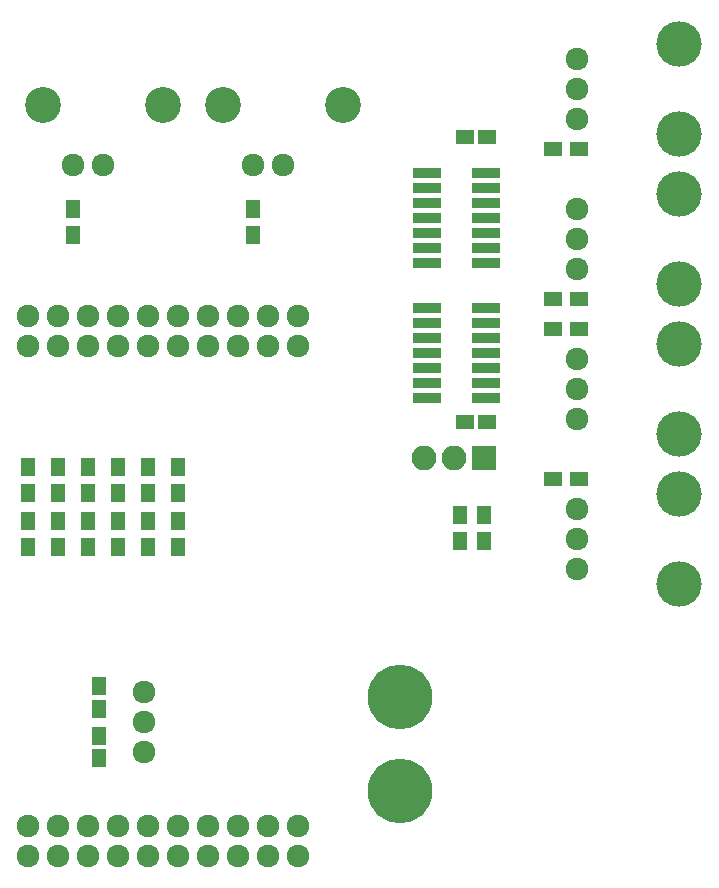
<source format=gbr>
G04 #@! TF.GenerationSoftware,KiCad,Pcbnew,(5.0.0)*
G04 #@! TF.CreationDate,2018-12-17T13:23:09-06:00*
G04 #@! TF.ProjectId,CameraBoard_Hardware,43616D657261426F6172645F48617264,rev?*
G04 #@! TF.SameCoordinates,Original*
G04 #@! TF.FileFunction,Soldermask,Top*
G04 #@! TF.FilePolarity,Negative*
%FSLAX46Y46*%
G04 Gerber Fmt 4.6, Leading zero omitted, Abs format (unit mm)*
G04 Created by KiCad (PCBNEW (5.0.0)) date 12/17/18 13:23:09*
%MOMM*%
%LPD*%
G01*
G04 APERTURE LIST*
%ADD10R,1.600000X1.300000*%
%ADD11R,2.381200X0.933400*%
%ADD12R,1.600000X1.150000*%
%ADD13R,1.300000X1.600000*%
%ADD14C,3.041600*%
%ADD15C,1.924000*%
%ADD16C,5.480000*%
%ADD17C,1.920000*%
%ADD18C,3.850000*%
%ADD19R,2.100000X2.100000*%
%ADD20O,2.100000X2.100000*%
%ADD21R,1.150000X1.600000*%
G04 APERTURE END LIST*
D10*
G04 #@! TO.C,R7*
X134280000Y-81762600D03*
X132080000Y-81762600D03*
G04 #@! TD*
D11*
G04 #@! TO.C,U4*
X121412000Y-90170000D03*
X121412000Y-88900000D03*
X121412000Y-87630000D03*
X121412000Y-86360000D03*
X121412000Y-85090000D03*
X121412000Y-83820000D03*
X121412000Y-82550000D03*
X126339600Y-82550000D03*
X126339600Y-83820000D03*
X126339600Y-85090000D03*
X126339600Y-86360000D03*
X126339600Y-87630000D03*
X126339600Y-88900000D03*
X126339600Y-90170000D03*
G04 #@! TD*
D12*
G04 #@! TO.C,C3*
X124592000Y-68072000D03*
X126492000Y-68072000D03*
G04 #@! TD*
G04 #@! TO.C,C4*
X124592000Y-92202000D03*
X126492000Y-92202000D03*
G04 #@! TD*
D13*
G04 #@! TO.C,D1*
X90168106Y-98212000D03*
X90168106Y-96012000D03*
G04 #@! TD*
G04 #@! TO.C,D2*
X87630000Y-96012000D03*
X87630000Y-98212000D03*
G04 #@! TD*
G04 #@! TO.C,D3*
X95250000Y-98212000D03*
X95250000Y-96012000D03*
G04 #@! TD*
G04 #@! TO.C,D4*
X92710000Y-96012000D03*
X92710000Y-98212000D03*
G04 #@! TD*
G04 #@! TO.C,R1*
X90168106Y-100584000D03*
X90168106Y-102784000D03*
G04 #@! TD*
G04 #@! TO.C,R2*
X87630000Y-102784000D03*
X87630000Y-100584000D03*
G04 #@! TD*
G04 #@! TO.C,R3*
X95250000Y-102784000D03*
X95250000Y-100584000D03*
G04 #@! TD*
G04 #@! TO.C,R4*
X92710000Y-100584000D03*
X92710000Y-102784000D03*
G04 #@! TD*
D10*
G04 #@! TO.C,R5*
X134280000Y-97002600D03*
X132080000Y-97002600D03*
G04 #@! TD*
G04 #@! TO.C,R6*
X134280000Y-84302600D03*
X132080000Y-84302600D03*
G04 #@! TD*
G04 #@! TO.C,R8*
X134280000Y-69062600D03*
X132080000Y-69062600D03*
G04 #@! TD*
D13*
G04 #@! TO.C,R9*
X91440000Y-76368000D03*
X91440000Y-74168000D03*
G04 #@! TD*
G04 #@! TO.C,R10*
X106680000Y-74168000D03*
X106680000Y-76368000D03*
G04 #@! TD*
D11*
G04 #@! TO.C,U3*
X126339600Y-78740000D03*
X126339600Y-77470000D03*
X126339600Y-76200000D03*
X126339600Y-74930000D03*
X126339600Y-73660000D03*
X126339600Y-72390000D03*
X126339600Y-71120000D03*
X121412000Y-71120000D03*
X121412000Y-72390000D03*
X121412000Y-73660000D03*
X121412000Y-74930000D03*
X121412000Y-76200000D03*
X121412000Y-77470000D03*
X121412000Y-78740000D03*
G04 #@! TD*
D14*
G04 #@! TO.C,J1*
X99060000Y-65354200D03*
X88900000Y-65354200D03*
D15*
X91440000Y-70434200D03*
X93980000Y-70434200D03*
G04 #@! TD*
G04 #@! TO.C,J2*
X109220000Y-70434200D03*
X106680000Y-70434200D03*
D14*
X104140000Y-65354200D03*
X114300000Y-65354200D03*
G04 #@! TD*
D16*
G04 #@! TO.C,Conn1*
X119126000Y-115443000D03*
X119126000Y-123444000D03*
G04 #@! TD*
D13*
G04 #@! TO.C,D6*
X97790000Y-96012000D03*
X97790000Y-98212000D03*
G04 #@! TD*
G04 #@! TO.C,R11*
X97790000Y-102784000D03*
X97790000Y-100584000D03*
G04 #@! TD*
G04 #@! TO.C,R12*
X126238000Y-100076000D03*
X126238000Y-102276000D03*
G04 #@! TD*
G04 #@! TO.C,R13*
X124206000Y-100076000D03*
X124206000Y-102276000D03*
G04 #@! TD*
D17*
G04 #@! TO.C,U1*
X87630000Y-126338601D03*
X90170000Y-126338601D03*
X92710000Y-126338601D03*
X95250000Y-126338601D03*
X97790000Y-126338601D03*
X100330000Y-126338601D03*
X102870000Y-126338601D03*
X105410000Y-126338601D03*
X107950000Y-126338601D03*
X110490000Y-126338601D03*
X87630000Y-128878601D03*
X90170000Y-128878601D03*
X92710000Y-128878601D03*
X95250000Y-128878601D03*
X97790000Y-128878601D03*
X100330000Y-128878601D03*
X102870000Y-128878601D03*
X105410000Y-128878601D03*
X107950000Y-128878601D03*
X110490000Y-128878601D03*
X87630000Y-85698601D03*
X90170000Y-85698601D03*
X92710000Y-85698601D03*
X95250000Y-85698601D03*
X97790000Y-85698601D03*
X100330000Y-85698601D03*
X102870000Y-85698601D03*
X105410000Y-85698601D03*
X107950000Y-85698601D03*
X110490000Y-85698601D03*
X87630000Y-83158601D03*
X90170000Y-83158601D03*
X92710000Y-83158601D03*
X95250000Y-83158601D03*
X97790000Y-83158601D03*
X100330000Y-83158601D03*
X102870000Y-83158601D03*
X105410000Y-83158601D03*
X107950000Y-83158601D03*
X110490000Y-83158601D03*
G04 #@! TD*
D13*
G04 #@! TO.C,D7*
X100330000Y-96012000D03*
X100330000Y-98212000D03*
G04 #@! TD*
G04 #@! TO.C,R14*
X100330000Y-102784000D03*
X100330000Y-100584000D03*
G04 #@! TD*
D15*
G04 #@! TO.C,Conn3*
X134112000Y-99542600D03*
X134112000Y-102082600D03*
X134112000Y-104622600D03*
D18*
X142748000Y-98272600D03*
X142748000Y-105892600D03*
G04 #@! TD*
D15*
G04 #@! TO.C,Conn4*
X134112000Y-86842600D03*
X134112000Y-89382600D03*
X134112000Y-91922600D03*
D18*
X142748000Y-85572600D03*
X142748000Y-93192600D03*
G04 #@! TD*
G04 #@! TO.C,Conn5*
X142748000Y-80492600D03*
X142748000Y-72872600D03*
D15*
X134112000Y-79222600D03*
X134112000Y-76682600D03*
X134112000Y-74142600D03*
G04 #@! TD*
D18*
G04 #@! TO.C,Conn6*
X142748000Y-67792600D03*
X142748000Y-60172600D03*
D15*
X134112000Y-66522600D03*
X134112000Y-63982600D03*
X134112000Y-61442600D03*
G04 #@! TD*
D19*
G04 #@! TO.C,JP1*
X126238000Y-95250000D03*
D20*
X123698000Y-95250000D03*
X121158000Y-95250000D03*
G04 #@! TD*
D21*
G04 #@! TO.C,C1*
X93599000Y-120650000D03*
X93599000Y-118750000D03*
G04 #@! TD*
G04 #@! TO.C,C2*
X93599000Y-116459000D03*
X93599000Y-114559000D03*
G04 #@! TD*
D15*
G04 #@! TO.C,U2*
X97409000Y-120142000D03*
X97409000Y-117602000D03*
X97409000Y-115062000D03*
G04 #@! TD*
M02*

</source>
